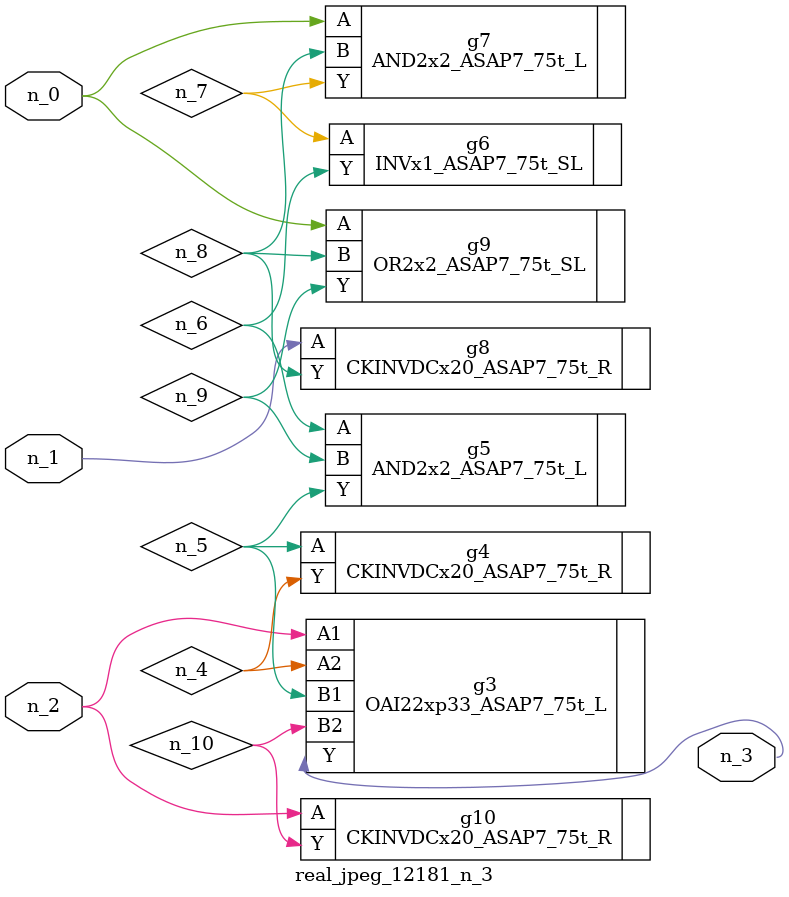
<source format=v>
module real_jpeg_12181_n_3 (n_1, n_0, n_2, n_3);

input n_1;
input n_0;
input n_2;

output n_3;

wire n_5;
wire n_4;
wire n_8;
wire n_6;
wire n_7;
wire n_10;
wire n_9;

AND2x2_ASAP7_75t_L g7 ( 
.A(n_0),
.B(n_8),
.Y(n_7)
);

OR2x2_ASAP7_75t_SL g9 ( 
.A(n_0),
.B(n_8),
.Y(n_9)
);

CKINVDCx20_ASAP7_75t_R g8 ( 
.A(n_1),
.Y(n_8)
);

OAI22xp33_ASAP7_75t_L g3 ( 
.A1(n_2),
.A2(n_4),
.B1(n_5),
.B2(n_10),
.Y(n_3)
);

CKINVDCx20_ASAP7_75t_R g10 ( 
.A(n_2),
.Y(n_10)
);

CKINVDCx20_ASAP7_75t_R g4 ( 
.A(n_5),
.Y(n_4)
);

AND2x2_ASAP7_75t_L g5 ( 
.A(n_6),
.B(n_9),
.Y(n_5)
);

INVx1_ASAP7_75t_SL g6 ( 
.A(n_7),
.Y(n_6)
);


endmodule
</source>
